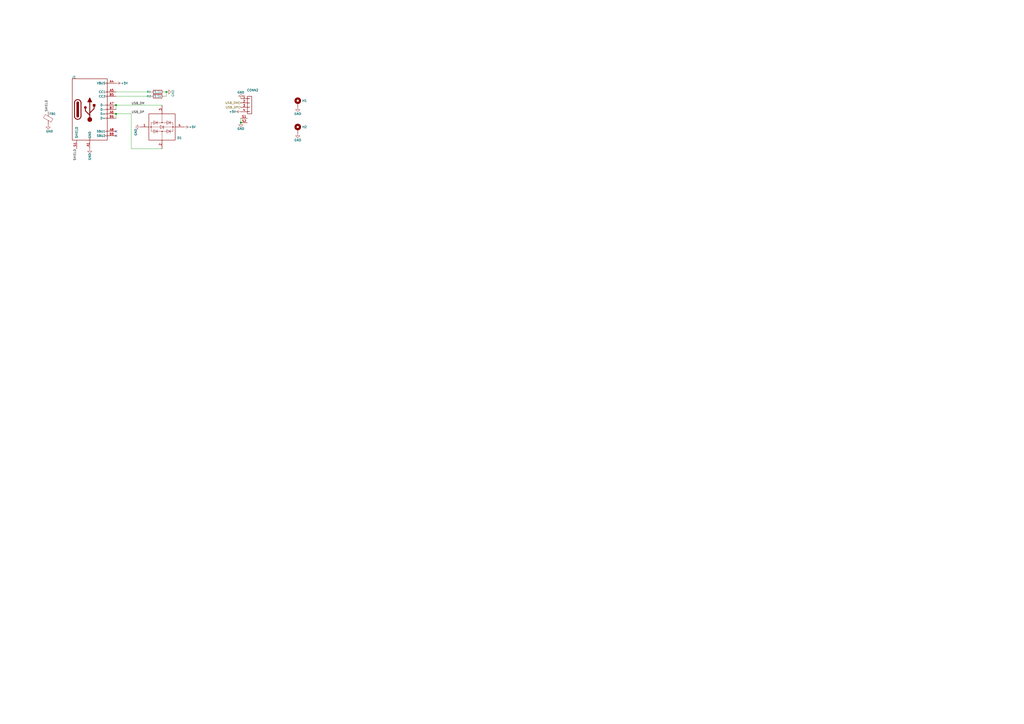
<source format=kicad_sch>
(kicad_sch (version 20250114) (generator "eeschema") (generator_version "9.0")
  (paper "A2")
  (lib_symbols
    (symbol "Connector:USB_C_Receptacle_USB2.0_16P" (pin_names (offset 1.016))
      (property "Reference" "J?" (at 0 22.86 0))
      (property "Value" "USB_C_Receptacle_USB2.0_16P" (at 0 20.32 0))
      (symbol "USB_C_Receptacle_USB2.0_16P_0_0"
        (rectangle (start -0.254 -17.78) (end 0.254 -16.764))
        (rectangle (start 10.16 15.494) (end 9.144 14.986))
        (rectangle (start 10.16 10.414) (end 9.144 9.906))
        (rectangle (start 10.16 7.874) (end 9.144 7.366))
        (rectangle (start 10.16 2.794) (end 9.144 2.286))
        (rectangle (start 10.16 0.254) (end 9.144 -0.254))
        (rectangle (start 10.16 -2.286) (end 9.144 -2.794))
        (rectangle (start 10.16 -4.826) (end 9.144 -5.334))
        (rectangle (start 10.16 -12.446) (end 9.144 -12.954))
        (rectangle (start 10.16 -14.986) (end 9.144 -15.494))
      )
      (symbol "USB_C_Receptacle_USB2.0_16P_0_1"
        (polyline (pts (xy -8.89 -3.81) (xy -8.89 3.81)) (stroke (width 0.508)))
        (rectangle (start -7.62 -3.81) (end -6.35 3.81) (stroke (width 0.254)) (fill (type outline)))
        (arc (start -7.62 3.81) (mid -6.985 4.4423) (end -6.35 3.81) (stroke (width 0.254)))
        (arc (start -7.62 3.81) (mid -6.985 4.4423) (end -6.35 3.81) (stroke (width 0.254)) (fill (type outline)))
        (arc (start -8.89 3.81) (mid -6.985 5.7067) (end -5.08 3.81) (stroke (width 0.508)))
        (arc (start -5.08 -3.81) (mid -6.985 -5.7067) (end -8.89 -3.81) (stroke (width 0.508)))
        (arc (start -6.35 -3.81) (mid -6.985 -4.4423) (end -7.62 -3.81) (stroke (width 0.254)))
        (arc (start -6.35 -3.81) (mid -6.985 -4.4423) (end -7.62 -3.81) (stroke (width 0.254)) (fill (type outline)))
        (polyline (pts (xy -5.08 3.81) (xy -5.08 -3.81)) (stroke (width 0.508)))
        (circle (center -2.54 1.143) (radius 0.635) (stroke (width 0.254)) (fill (type outline)))
        (polyline (pts (xy -1.27 4.318) (xy 0 6.858) (xy 1.27 4.318) (xy -1.27 4.318)) (stroke (width 0.254)) (fill (type outline)))
        (polyline (pts (xy 0 -2.032) (xy 2.54 0.508) (xy 2.54 1.778)) (stroke (width 0.508)))
        (polyline (pts (xy 0 -3.302) (xy -2.54 -0.762) (xy -2.54 0.508)) (stroke (width 0.508)))
        (polyline (pts (xy 0 -5.842) (xy 0 4.318)) (stroke (width 0.508)))
        (circle (center 0 -5.842) (radius 1.27) (fill (type outline)))
        (rectangle (start 1.905 1.778) (end 3.175 3.048) (stroke (width 0.254)) (fill (type outline)))
      )
      (symbol "USB_C_Receptacle_USB2.0_16P_1_1"
        (rectangle (start -10.16 17.78) (end 10.16 -17.78) (stroke (width 0.254)))
        (pin passive line (at -7.62 -22.86 90) (length 5.08) (name "SHIELD") (number "S1"))
        (pin passive line (at 0 -22.86 90) (length 5.08) (name "GND") (number "A1"))
        (pin passive line (at 0 -22.86 90) (length 5.08) (hide yes) (name "GND") (number "A12"))
        (pin passive line (at 0 -22.86 90) (length 5.08) (hide yes) (name "GND") (number "B1"))
        (pin passive line (at 0 -22.86 90) (length 5.08) (hide yes) (name "GND") (number "B12"))
        (pin passive line (at 15.24 15.24 180) (length 5.08) (name "VBUS") (number "A4"))
        (pin passive line (at 15.24 15.24 180) (length 5.08) (hide yes) (name "VBUS") (number "A9"))
        (pin passive line (at 15.24 15.24 180) (length 5.08) (hide yes) (name "VBUS") (number "B4"))
        (pin passive line (at 15.24 15.24 180) (length 5.08) (hide yes) (name "VBUS") (number "B9"))
        (pin bidirectional line (at 15.24 10.16 180) (length 5.08) (name "CC1") (number "A5"))
        (pin bidirectional line (at 15.24 7.62 180) (length 5.08) (name "CC2") (number "B5"))
        (pin bidirectional line (at 15.24 2.54 180) (length 5.08) (name "D-") (number "A7"))
        (pin bidirectional line (at 15.24 0 180) (length 5.08) (name "D-") (number "B7"))
        (pin bidirectional line (at 15.24 -2.54 180) (length 5.08) (name "D+") (number "A6"))
        (pin bidirectional line (at 15.24 -5.08 180) (length 5.08) (name "D+") (number "B6"))
        (pin bidirectional line (at 15.24 -12.7 180) (length 5.08) (name "SBU1") (number "A8"))
        (pin bidirectional line (at 15.24 -15.24 180) (length 5.08) (name "SBU2") (number "B8"))
      )
    )
    (symbol "Connector_Generic:Conn_01x04" (pin_names (offset 1.016) (hide yes))
      (property "Reference" "CONN1" (at -1.524 7.366 0))
      (symbol "Conn_01x04_1_1"
        (rectangle (start -1.27 3.81) (end 1.27 -6.35) (stroke (width 0.254)))
        (rectangle (start -1.27 2.667) (end 0 2.413) (stroke (width 0.1524)))
        (rectangle (start -1.27 0.127) (end 0 -0.127) (stroke (width 0.1524)))
        (rectangle (start -1.27 -2.413) (end 0 -2.667) (stroke (width 0.1524)))
        (rectangle (start -1.27 -4.953) (end 0 -5.207) (stroke (width 0.1524)))
        (pin passive line (at -5.08 2.54 0) (length 3.81) (name "Pin_1") (number "1"))
        (pin passive line (at -5.08 0 0) (length 3.81) (name "Pin_2") (number "2"))
        (pin passive line (at -5.08 -2.54 0) (length 3.81) (name "Pin_3") (number "3"))
        (pin passive line (at -5.08 -5.08 0) (length 3.81) (name "Pin_4") (number "4"))
        (pin passive line (at -5.08 -8.89 0) (length 3.81) (name "S1") (number "S1"))
        (pin passive line (at -5.08 -11.43 0) (length 3.81) (name "S2") (number "S2"))
      )
    )
    (symbol "Device:FerriteBead" (pin_numbers (hide yes)) (pin_names (offset 0))
      (property "Reference" "FB" (at -3.81 0.635 90))
      (property "Value" "FerriteBead" (at 3.81 0 90))
      (symbol "FerriteBead_0_1"
        (polyline (pts (xy -2.7686 0.4064) (xy -1.7018 2.2606) (xy 2.7686 -0.3048) (xy 1.6764 -2.159) (xy -2.7686 0.4064)))
        (polyline (pts (xy 0 1.27) (xy 0 1.2954)))
        (polyline (pts (xy 0 -1.27) (xy 0 -1.2192)))
      )
      (symbol "FerriteBead_1_1"
        (pin passive line (at 0 3.81 270) (length 2.54) (name "~") (number "1"))
        (pin passive line (at 0 -3.81 90) (length 2.54) (name "~") (number "2"))
      )
    )
    (symbol "Device:R" (pin_numbers (hide yes)) (pin_names (offset 0))
      (property "Reference" "R" (at 2.032 0 90))
      (property "Value" "R" (at 0 0 90))
      (symbol "R_0_1"
        (rectangle (start -1.016 -2.54) (end 1.016 2.54) (stroke (width 0.254)))
      )
      (symbol "R_1_1"
        (pin passive line (at 0 3.81 270) (length 1.27) (name "~") (number "1"))
        (pin passive line (at 0 -3.81 90) (length 1.27) (name "~") (number "2"))
      )
    )
    (symbol "Mechanical:MountingHole_Pad" (pin_numbers (hide yes)) (pin_names (offset 1.016) (hide yes)) (in_bom no)
      (property "Reference" "H" (at 0 6.35 0))
      (property "Value" "MountingHole_Pad" (at 0 4.445 0))
      (symbol "MountingHole_Pad_0_1"
        (circle (center 0 1.27) (radius 1.27) (stroke (width 1.27)))
      )
      (symbol "MountingHole_Pad_1_1"
        (pin input line (at 0 -2.54 90) (length 2.54) (name "1") (number "1"))
      )
    )
    (symbol "Power_Protection:PRTR5V0U2X" (pin_names (offset 0) (hide yes))
      (property "Reference" "D?" (at -6.35 10.16 90))
      (symbol "PRTR5V0U2X_0_1"
        (rectangle (start -7.62 -7.62) (end 7.62 7.62) (stroke (width 0.254)))
        (polyline (pts (xy -3.556 2.794) (xy -1.524 2.794) (xy -2.54 4.826) (xy -3.556 2.794)))
        (polyline (pts (xy -3.556 -4.826) (xy -1.524 -4.826) (xy -2.54 -2.794) (xy -3.556 -4.826)))
        (rectangle (start -2.54 6.35) (end 2.54 -6.35))
        (circle (center -2.54 0) (radius 0.254) (fill (type outline)))
        (polyline (pts (xy -2.54 0) (xy -7.62 0)))
        (polyline (pts (xy -1.524 4.826) (xy -3.556 4.826)))
        (polyline (pts (xy -1.524 -2.794) (xy -3.556 -2.794)))
        (polyline (pts (xy -1.016 -1.016) (xy 1.016 -1.016) (xy 0 1.016) (xy -1.016 -1.016)))
        (circle (center 0 6.35) (radius 0.254) (fill (type outline)))
        (circle (center 0 -6.35) (radius 0.254) (fill (type outline)))
        (polyline (pts (xy 0 -7.62) (xy 0 7.62)))
        (polyline (pts (xy 1.016 1.016) (xy -1.016 1.016) (xy -1.016 0.508)))
        (polyline (pts (xy 1.524 4.826) (xy 3.556 4.826)))
        (polyline (pts (xy 1.524 -2.794) (xy 3.556 -2.794)))
        (polyline (pts (xy 2.54 0) (xy 7.62 0)))
        (circle (center 2.54 0) (radius 0.254) (fill (type outline)))
        (polyline (pts (xy 3.556 2.794) (xy 1.524 2.794) (xy 2.54 4.826) (xy 3.556 2.794)))
        (polyline (pts (xy 3.556 -4.826) (xy 1.524 -4.826) (xy 2.54 -2.794) (xy 3.556 -4.826)))
      )
      (symbol "PRTR5V0U2X_1_1"
        (pin passive line (at -12.7 0 0) (length 5.08) (name "I/O1") (number "2"))
        (pin passive line (at 0 12.7 270) (length 5.08) (name "VCC") (number "4"))
        (pin passive line (at 0 -12.7 90) (length 5.08) (name "GND") (number "1"))
        (pin passive line (at 12.7 0 180) (length 5.08) (name "I/O2") (number "3"))
      )
    )
    (symbol "power:+5V" (power) (pin_numbers (hide yes)) (pin_names (offset 0) (hide yes))
      (property "Value" "+5V" (at 0 3.556 0))
      (symbol "+5V_0_1"
        (polyline (pts (xy -0.762 1.27) (xy 0 2.54)))
        (polyline (pts (xy 0 2.54) (xy 0.762 1.27)))
        (polyline (pts (xy 0 0) (xy 0 2.54)))
      )
      (symbol "+5V_1_1"
        (pin power_in line (at 0 0 90) (length 0) (name "~") (number "1"))
      )
    )
    (symbol "power:GND" (power) (pin_names (offset 0))
      (property "Value" "GND" (at 0 -3.81 0))
      (symbol "GND_0_1"
        (polyline (pts (xy 0 0) (xy 0 -1.27) (xy 1.27 -1.27) (xy 0 -2.54) (xy -1.27 -1.27) (xy 0 -1.27)))
      )
      (symbol "GND_1_1"
        (pin power_in line (at 0 0 270) (length 0) (hide yes) (name "GND") (number "1"))
      )
    )
  )
  (junction (at 67.31 66.04))
  (junction (at 96.52 53.34))
  (junction (at 67.31 60.96))
  (junction (at 139.7 71.12))
  (no_connect (at 67.31 78.74))
  (no_connect (at 67.31 76.2))
  (wire (pts (xy 67.31 55.88) (xy 87.63 55.88)))
  (wire (pts (xy 76.2 86.36) (xy 93.98 86.36)))
  (wire (pts (xy 76.2 66.04) (xy 76.2 86.36)))
  (wire (pts (xy 67.31 60.96) (xy 93.98 60.96)))
  (wire (pts (xy 96.52 55.88) (xy 96.52 53.34)))
  (wire (pts (xy 67.31 53.34) (xy 87.63 53.34)))
  (wire (pts (xy 67.31 66.04) (xy 76.2 66.04)))
  (wire (pts (xy 95.25 55.88) (xy 96.52 55.88)))
  (wire (pts (xy 67.31 60.96) (xy 67.31 63.5)))
  (wire (pts (xy 67.31 66.04) (xy 67.31 68.58)))
  (wire (pts (xy 139.7 68.58) (xy 139.7 71.12)))
  (wire (pts (xy 96.52 53.34) (xy 95.25 53.34)))
  (label "SHIELD" (at 44.45 86.36 270))
  (label "SHIELD" (at 27.94 64.77 90))
  (label "USB_DP" (at 76.2 66.04 0))
  (label "USB_DM" (at 76.2 60.96 0))
  (hierarchical_label "USB_DP" (shape input) (at 139.7 62.23 180))
  (hierarchical_label "USB_DM" (shape input) (at 139.7 59.69 180))
  (symbol (lib_id "power:GND") (at 81.28 73.66 270) (unit 1)
    (property "Reference" "#PWR084" (effects (hide yes)))
    (property "Value" "GND" (at 78.74 78.74 0) (effects (justify right)))
  )
  (symbol (lib_id "Device:R") (at 91.44 53.34 90) (unit 1)
    (property "Reference" "R1" (at 86.36 53.34 90))
    (property "Value" "5.1k" (at 91.44 53.34 90))
    (property "Footprint" "Resistor_SMD:R_0402_1005Metric" (effects (hide yes)))
    (property "LCSC" "C25905" (effects (hide yes)))
  )
  (symbol (lib_id "power:GND") (at 27.94 72.39 0) (unit 1)
    (property "Reference" "#PWR082" (effects (hide yes)))
    (property "Value" "GND" (at 26.67 76.2 0) (effects (justify left)))
  )
  (symbol (lib_id "power:GND") (at 139.7 71.12 0) (unit 1)
    (property "Reference" "#PWR078" (effects (hide yes)))
    (property "Value" "GND" (at 139.7 74.676 0))
    (property "Description" "Power symbol creates a global label with name \"GND\" , ground" (effects (hide yes)))
  )
  (symbol (lib_id "power:+5V") (at 67.31 48.26 270) (unit 1)
    (property "Reference" "#PWR02" (effects (hide yes)))
    (property "Value" "+5V" (at 70.104 48.26 90) (effects (justify left)))
    (property "Description" "Power symbol creates a global label with name \"+5V\"" (effects (hide yes)))
  )
  (symbol (lib_id "power:GND") (at 52.07 86.36 0) (unit 1)
    (property "Reference" "#PWR081" (effects (hide yes)))
    (property "Value" "GND" (at 52.07 92.964 90) (effects (justify left)))
  )
  (symbol (lib_id "power:+5V") (at 139.7 64.77 90) (unit 1)
    (property "Reference" "#PWR079" (effects (hide yes)))
    (property "Value" "+5V" (at 136.906 64.77 90) (effects (justify left)))
    (property "Description" "Power symbol creates a global label with name \"+5V\"" (effects (hide yes)))
  )
  (symbol (lib_id "power:GND") (at 139.7 57.15 180) (unit 1)
    (property "Reference" "#PWR01" (effects (hide yes)))
    (property "Value" "GND" (at 139.7 53.594 0))
    (property "Description" "Power symbol creates a global label with name \"GND\" , ground" (effects (hide yes)))
  )
  (symbol (lib_id "Mechanical:MountingHole_Pad") (at 172.72 74.93 0) (unit 1) (in_bom no)
    (property "Reference" "H2" (at 175.26 73.6599 0) (effects (justify left)))
    (property "Value" "MountingHole_Pad" (effects (hide yes)))
    (property "Footprint" "MountingHole:MountingHole_2.5mm_Pad" (effects (hide yes)))
    (property "Description" "Mounting Hole with connection" (effects (hide yes)))
  )
  (symbol (lib_id "power:GND") (at 172.72 77.47 0) (unit 1)
    (property "Reference" "#PWR057" (effects (hide yes)))
    (property "Value" "GND" (at 172.72 81.28 0))
    (property "Description" "Power symbol creates a global label with name \"GND\" , ground" (effects (hide yes)))
  )
  (symbol (lib_id "power:GND") (at 96.52 53.34 90) (unit 1)
    (property "Reference" "#PWR0301" (effects (hide yes)))
    (property "Value" "GND" (at 100.33 52.07 0) (effects (justify right)))
  )
  (symbol (lib_id "power:GND") (at 172.72 62.23 0) (unit 1)
    (property "Reference" "#PWR055" (effects (hide yes)))
    (property "Value" "GND" (at 172.72 66.04 0))
    (property "Description" "Power symbol creates a global label with name \"GND\" , ground" (effects (hide yes)))
  )
  (symbol (lib_id "Power_Protection:PRTR5V0U2X") (at 93.98 73.66 270) (mirror x) (unit 1)
    (property "Reference" "D1" (at 104.14 80.01 90))
    (property "Value" "PRTR5V0U2X" (effects (hide yes)))
    (property "Footprint" "Package_TO_SOT_SMD:SOT-143" (effects (hide yes)))
    (property "Datasheet" "https://assets.nexperia.com/documents/data-sheet/PRTR5V0U2X.pdf" (effects (hide yes)))
    (property "LCSC" "C2827688" (effects (hide yes)))
  )
  (symbol (lib_id "Device:R") (at 91.44 55.88 90) (unit 1)
    (property "Reference" "R2" (at 86.36 55.88 90))
    (property "Value" "5.1k" (at 91.44 55.88 90))
    (property "Footprint" "Resistor_SMD:R_0402_1005Metric" (effects (hide yes)))
    (property "LCSC" "C25905" (effects (hide yes)))
  )
  (symbol (lib_id "power:+5V") (at 106.68 73.66 270) (unit 1)
    (property "Reference" "#PWR03" (effects (hide yes)))
    (property "Value" "+5V" (at 109.474 73.66 90) (effects (justify left)))
    (property "Description" "Power symbol creates a global label with name \"+5V\"" (effects (hide yes)))
  )
  (symbol (lib_id "Mechanical:MountingHole_Pad") (at 172.72 59.69 0) (unit 1) (in_bom no)
    (property "Reference" "H1" (at 175.26 58.4199 0) (effects (justify left)))
    (property "Value" "MountingHole_Pad" (effects (hide yes)))
    (property "Footprint" "MountingHole:MountingHole_2.5mm_Pad" (effects (hide yes)))
    (property "Description" "Mounting Hole with connection" (effects (hide yes)))
  )
  (symbol (lib_id "Connector:USB_C_Receptacle_USB2.0_16P") (at 52.07 63.5 0) (unit 1)
    (property "Reference" "J1" (at 42.926 44.704 0))
    (property "Value" "USB_C_Receptacle_USB2.0_16P" (effects (hide yes)))
    (property "Footprint" "Connector_USB:USB_C_Receptacle_G-Switch_GT-USB-7051x" (effects (hide yes)))
    (property "Datasheet" "https://www.usb.org/sites/default/files/documents/usb_type-c.zip" (effects (hide yes)))
    (property "Description" "USB 2.0-only 16P Type-C Receptacle connector" (effects (hide yes)))
    (property "LCSC" "C2843970" (effects (hide yes)))
  )
  (symbol (lib_id "Connector_Generic:Conn_01x04") (at 144.78 59.69 0) (unit 1)
    (property "Reference" "CONN2" (at 143.256 52.324 0) (effects (justify left)))
    (property "Value" "Conn_01x04" (effects (hide yes)))
    (property "Footprint" "Igor:CONN_SM04B-SRSS-TB_JST" (effects (hide yes)))
    (property "Description" "Generic connector, single row, 01x04, script generated (kicad-library-utils/schlib/autogen/connector/)" (effects (hide yes)))
    (property "LCSC" "C160404" (effects (hide yes)))
  )
  (symbol (lib_id "Device:FerriteBead") (at 27.94 68.58 180) (unit 1)
    (property "Reference" "FB1" (at 30.48 66.04 0))
    (property "Value" "FerriteBead" (effects (hide yes)))
    (property "Footprint" "Resistor_SMD:R_0805_2012Metric" (effects (hide yes)))
    (property "LCSC" "C85840" (effects (hide yes)))
  )
)
</source>
